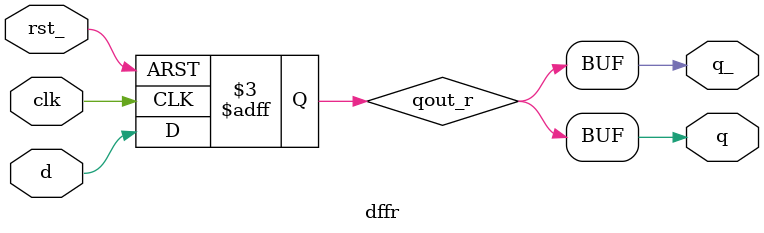
<source format=v>
`timescale 1 ns / 1 ns
module dffr(clk,rst_,d,q,q_);
	input clk,rst_;  
	input d;         
	output q,q_;     
	
	/*wire de,dl,dl_,qe;

	nand n1(de,dl,qe);       //门级描述
	nand n2(qe,clk,de,rst_);
	nand n3(dl,d,dl_,rst_);
	nand n4(dl_,dl,clk,qe);
	nand n5(q,qe,q_);
	nand n6(q_,dl_,q,rst_);*/
	reg qout_r;

	always @(posedge clk or negedge rst_)
	begin :DFFR_PROC
	  if (rst_ == 1'b0)
	    qout_r <= 1'b0;
	  else                  
	    qout_r <= d;
	end
	
	assign q = qout_r;
	assign q_ = q;
endmodule

</source>
